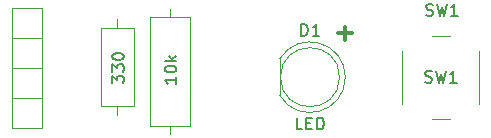
<source format=gbr>
%TF.GenerationSoftware,KiCad,Pcbnew,7.0.2*%
%TF.CreationDate,2023-06-29T18:38:04+09:00*%
%TF.ProjectId,laserpointer,6c617365-7270-46f6-996e-7465722e6b69,rev?*%
%TF.SameCoordinates,Original*%
%TF.FileFunction,Legend,Top*%
%TF.FilePolarity,Positive*%
%FSLAX46Y46*%
G04 Gerber Fmt 4.6, Leading zero omitted, Abs format (unit mm)*
G04 Created by KiCad (PCBNEW 7.0.2) date 2023-06-29 18:38:04*
%MOMM*%
%LPD*%
G01*
G04 APERTURE LIST*
%ADD10C,0.300000*%
%ADD11C,0.150000*%
%ADD12C,0.120000*%
%ADD13C,0.100000*%
G04 APERTURE END LIST*
D10*
X140552857Y-72135000D02*
X139410000Y-72135000D01*
X139981428Y-72706428D02*
X139981428Y-71563571D01*
D11*
%TO.C,SW1*%
X146846667Y-70605000D02*
X146989524Y-70652619D01*
X146989524Y-70652619D02*
X147227619Y-70652619D01*
X147227619Y-70652619D02*
X147322857Y-70605000D01*
X147322857Y-70605000D02*
X147370476Y-70557380D01*
X147370476Y-70557380D02*
X147418095Y-70462142D01*
X147418095Y-70462142D02*
X147418095Y-70366904D01*
X147418095Y-70366904D02*
X147370476Y-70271666D01*
X147370476Y-70271666D02*
X147322857Y-70224047D01*
X147322857Y-70224047D02*
X147227619Y-70176428D01*
X147227619Y-70176428D02*
X147037143Y-70128809D01*
X147037143Y-70128809D02*
X146941905Y-70081190D01*
X146941905Y-70081190D02*
X146894286Y-70033571D01*
X146894286Y-70033571D02*
X146846667Y-69938333D01*
X146846667Y-69938333D02*
X146846667Y-69843095D01*
X146846667Y-69843095D02*
X146894286Y-69747857D01*
X146894286Y-69747857D02*
X146941905Y-69700238D01*
X146941905Y-69700238D02*
X147037143Y-69652619D01*
X147037143Y-69652619D02*
X147275238Y-69652619D01*
X147275238Y-69652619D02*
X147418095Y-69700238D01*
X147751429Y-69652619D02*
X147989524Y-70652619D01*
X147989524Y-70652619D02*
X148180000Y-69938333D01*
X148180000Y-69938333D02*
X148370476Y-70652619D01*
X148370476Y-70652619D02*
X148608572Y-69652619D01*
X149513333Y-70652619D02*
X148941905Y-70652619D01*
X149227619Y-70652619D02*
X149227619Y-69652619D01*
X149227619Y-69652619D02*
X149132381Y-69795476D01*
X149132381Y-69795476D02*
X149037143Y-69890714D01*
X149037143Y-69890714D02*
X148941905Y-69938333D01*
X146766667Y-76265000D02*
X146909524Y-76312619D01*
X146909524Y-76312619D02*
X147147619Y-76312619D01*
X147147619Y-76312619D02*
X147242857Y-76265000D01*
X147242857Y-76265000D02*
X147290476Y-76217380D01*
X147290476Y-76217380D02*
X147338095Y-76122142D01*
X147338095Y-76122142D02*
X147338095Y-76026904D01*
X147338095Y-76026904D02*
X147290476Y-75931666D01*
X147290476Y-75931666D02*
X147242857Y-75884047D01*
X147242857Y-75884047D02*
X147147619Y-75836428D01*
X147147619Y-75836428D02*
X146957143Y-75788809D01*
X146957143Y-75788809D02*
X146861905Y-75741190D01*
X146861905Y-75741190D02*
X146814286Y-75693571D01*
X146814286Y-75693571D02*
X146766667Y-75598333D01*
X146766667Y-75598333D02*
X146766667Y-75503095D01*
X146766667Y-75503095D02*
X146814286Y-75407857D01*
X146814286Y-75407857D02*
X146861905Y-75360238D01*
X146861905Y-75360238D02*
X146957143Y-75312619D01*
X146957143Y-75312619D02*
X147195238Y-75312619D01*
X147195238Y-75312619D02*
X147338095Y-75360238D01*
X147671429Y-75312619D02*
X147909524Y-76312619D01*
X147909524Y-76312619D02*
X148100000Y-75598333D01*
X148100000Y-75598333D02*
X148290476Y-76312619D01*
X148290476Y-76312619D02*
X148528572Y-75312619D01*
X149433333Y-76312619D02*
X148861905Y-76312619D01*
X149147619Y-76312619D02*
X149147619Y-75312619D01*
X149147619Y-75312619D02*
X149052381Y-75455476D01*
X149052381Y-75455476D02*
X148957143Y-75550714D01*
X148957143Y-75550714D02*
X148861905Y-75598333D01*
%TO.C,330*%
X120272619Y-76345713D02*
X120272619Y-75726666D01*
X120272619Y-75726666D02*
X120653571Y-76059999D01*
X120653571Y-76059999D02*
X120653571Y-75917142D01*
X120653571Y-75917142D02*
X120701190Y-75821904D01*
X120701190Y-75821904D02*
X120748809Y-75774285D01*
X120748809Y-75774285D02*
X120844047Y-75726666D01*
X120844047Y-75726666D02*
X121082142Y-75726666D01*
X121082142Y-75726666D02*
X121177380Y-75774285D01*
X121177380Y-75774285D02*
X121225000Y-75821904D01*
X121225000Y-75821904D02*
X121272619Y-75917142D01*
X121272619Y-75917142D02*
X121272619Y-76202856D01*
X121272619Y-76202856D02*
X121225000Y-76298094D01*
X121225000Y-76298094D02*
X121177380Y-76345713D01*
X120272619Y-75393332D02*
X120272619Y-74774285D01*
X120272619Y-74774285D02*
X120653571Y-75107618D01*
X120653571Y-75107618D02*
X120653571Y-74964761D01*
X120653571Y-74964761D02*
X120701190Y-74869523D01*
X120701190Y-74869523D02*
X120748809Y-74821904D01*
X120748809Y-74821904D02*
X120844047Y-74774285D01*
X120844047Y-74774285D02*
X121082142Y-74774285D01*
X121082142Y-74774285D02*
X121177380Y-74821904D01*
X121177380Y-74821904D02*
X121225000Y-74869523D01*
X121225000Y-74869523D02*
X121272619Y-74964761D01*
X121272619Y-74964761D02*
X121272619Y-75250475D01*
X121272619Y-75250475D02*
X121225000Y-75345713D01*
X121225000Y-75345713D02*
X121177380Y-75393332D01*
X120272619Y-74155237D02*
X120272619Y-74059999D01*
X120272619Y-74059999D02*
X120320238Y-73964761D01*
X120320238Y-73964761D02*
X120367857Y-73917142D01*
X120367857Y-73917142D02*
X120463095Y-73869523D01*
X120463095Y-73869523D02*
X120653571Y-73821904D01*
X120653571Y-73821904D02*
X120891666Y-73821904D01*
X120891666Y-73821904D02*
X121082142Y-73869523D01*
X121082142Y-73869523D02*
X121177380Y-73917142D01*
X121177380Y-73917142D02*
X121225000Y-73964761D01*
X121225000Y-73964761D02*
X121272619Y-74059999D01*
X121272619Y-74059999D02*
X121272619Y-74155237D01*
X121272619Y-74155237D02*
X121225000Y-74250475D01*
X121225000Y-74250475D02*
X121177380Y-74298094D01*
X121177380Y-74298094D02*
X121082142Y-74345713D01*
X121082142Y-74345713D02*
X120891666Y-74393332D01*
X120891666Y-74393332D02*
X120653571Y-74393332D01*
X120653571Y-74393332D02*
X120463095Y-74345713D01*
X120463095Y-74345713D02*
X120367857Y-74298094D01*
X120367857Y-74298094D02*
X120320238Y-74250475D01*
X120320238Y-74250475D02*
X120272619Y-74155237D01*
%TO.C,10k*%
X125712619Y-75825238D02*
X125712619Y-76396666D01*
X125712619Y-76110952D02*
X124712619Y-76110952D01*
X124712619Y-76110952D02*
X124855476Y-76206190D01*
X124855476Y-76206190D02*
X124950714Y-76301428D01*
X124950714Y-76301428D02*
X124998333Y-76396666D01*
X124712619Y-75206190D02*
X124712619Y-75110952D01*
X124712619Y-75110952D02*
X124760238Y-75015714D01*
X124760238Y-75015714D02*
X124807857Y-74968095D01*
X124807857Y-74968095D02*
X124903095Y-74920476D01*
X124903095Y-74920476D02*
X125093571Y-74872857D01*
X125093571Y-74872857D02*
X125331666Y-74872857D01*
X125331666Y-74872857D02*
X125522142Y-74920476D01*
X125522142Y-74920476D02*
X125617380Y-74968095D01*
X125617380Y-74968095D02*
X125665000Y-75015714D01*
X125665000Y-75015714D02*
X125712619Y-75110952D01*
X125712619Y-75110952D02*
X125712619Y-75206190D01*
X125712619Y-75206190D02*
X125665000Y-75301428D01*
X125665000Y-75301428D02*
X125617380Y-75349047D01*
X125617380Y-75349047D02*
X125522142Y-75396666D01*
X125522142Y-75396666D02*
X125331666Y-75444285D01*
X125331666Y-75444285D02*
X125093571Y-75444285D01*
X125093571Y-75444285D02*
X124903095Y-75396666D01*
X124903095Y-75396666D02*
X124807857Y-75349047D01*
X124807857Y-75349047D02*
X124760238Y-75301428D01*
X124760238Y-75301428D02*
X124712619Y-75206190D01*
X125712619Y-74444285D02*
X124712619Y-74444285D01*
X125331666Y-74349047D02*
X125712619Y-74063333D01*
X125045952Y-74063333D02*
X125426904Y-74444285D01*
%TO.C,D1*%
X136281905Y-72352619D02*
X136281905Y-71352619D01*
X136281905Y-71352619D02*
X136520000Y-71352619D01*
X136520000Y-71352619D02*
X136662857Y-71400238D01*
X136662857Y-71400238D02*
X136758095Y-71495476D01*
X136758095Y-71495476D02*
X136805714Y-71590714D01*
X136805714Y-71590714D02*
X136853333Y-71781190D01*
X136853333Y-71781190D02*
X136853333Y-71924047D01*
X136853333Y-71924047D02*
X136805714Y-72114523D01*
X136805714Y-72114523D02*
X136758095Y-72209761D01*
X136758095Y-72209761D02*
X136662857Y-72305000D01*
X136662857Y-72305000D02*
X136520000Y-72352619D01*
X136520000Y-72352619D02*
X136281905Y-72352619D01*
X137805714Y-72352619D02*
X137234286Y-72352619D01*
X137520000Y-72352619D02*
X137520000Y-71352619D01*
X137520000Y-71352619D02*
X137424762Y-71495476D01*
X137424762Y-71495476D02*
X137329524Y-71590714D01*
X137329524Y-71590714D02*
X137234286Y-71638333D01*
X136377142Y-80272619D02*
X135900952Y-80272619D01*
X135900952Y-80272619D02*
X135900952Y-79272619D01*
X136710476Y-79748809D02*
X137043809Y-79748809D01*
X137186666Y-80272619D02*
X136710476Y-80272619D01*
X136710476Y-80272619D02*
X136710476Y-79272619D01*
X136710476Y-79272619D02*
X137186666Y-79272619D01*
X137615238Y-80272619D02*
X137615238Y-79272619D01*
X137615238Y-79272619D02*
X137853333Y-79272619D01*
X137853333Y-79272619D02*
X137996190Y-79320238D01*
X137996190Y-79320238D02*
X138091428Y-79415476D01*
X138091428Y-79415476D02*
X138139047Y-79510714D01*
X138139047Y-79510714D02*
X138186666Y-79701190D01*
X138186666Y-79701190D02*
X138186666Y-79844047D01*
X138186666Y-79844047D02*
X138139047Y-80034523D01*
X138139047Y-80034523D02*
X138091428Y-80129761D01*
X138091428Y-80129761D02*
X137996190Y-80225000D01*
X137996190Y-80225000D02*
X137853333Y-80272619D01*
X137853333Y-80272619D02*
X137615238Y-80272619D01*
D12*
%TO.C,SW1*%
X147350000Y-79350000D02*
X148850000Y-79350000D01*
X151350000Y-78100000D02*
X151350000Y-73600000D01*
X144850000Y-73600000D02*
X144850000Y-78100000D01*
X148850000Y-72350000D02*
X147350000Y-72350000D01*
%TO.C,330*%
X120720000Y-70950000D02*
X120720000Y-71720000D01*
X122090000Y-71720000D02*
X119350000Y-71720000D01*
X119350000Y-71720000D02*
X119350000Y-78260000D01*
X122090000Y-78260000D02*
X122090000Y-71720000D01*
X119350000Y-78260000D02*
X122090000Y-78260000D01*
X120720000Y-79030000D02*
X120720000Y-78260000D01*
D13*
%TO.C,REF\u002A\u002A*%
X111815400Y-80160000D02*
X114355400Y-80160000D01*
X114355400Y-80160000D02*
X114355400Y-77620000D01*
X114355400Y-77620000D02*
X111815400Y-77620000D01*
X111815400Y-77620000D02*
X111815400Y-80160000D01*
X111815400Y-77620000D02*
X114355400Y-77620000D01*
X114355400Y-77620000D02*
X114355400Y-75080000D01*
X114355400Y-75080000D02*
X111815400Y-75080000D01*
X111815400Y-75080000D02*
X111815400Y-77620000D01*
X111815400Y-75080000D02*
X114355400Y-75080000D01*
X114355400Y-75080000D02*
X114355400Y-72540000D01*
X114355400Y-72540000D02*
X111815400Y-72540000D01*
X111815400Y-72540000D02*
X111815400Y-75080000D01*
X111815400Y-72540000D02*
X114355400Y-72540000D01*
X114355400Y-72540000D02*
X114355400Y-70000000D01*
X114355400Y-70000000D02*
X111815400Y-70000000D01*
X111815400Y-70000000D02*
X111815400Y-72540000D01*
D12*
%TO.C,10k*%
X125180000Y-70040000D02*
X125180000Y-70730000D01*
X126900000Y-70730000D02*
X123460000Y-70730000D01*
X123460000Y-70730000D02*
X123460000Y-79970000D01*
X126900000Y-79970000D02*
X126900000Y-70730000D01*
X123460000Y-79970000D02*
X126900000Y-79970000D01*
X125180000Y-80660000D02*
X125180000Y-79970000D01*
%TO.C,D1*%
X134460000Y-74305000D02*
X134460000Y-77395000D01*
X140009999Y-75850462D02*
G75*
G03*
X134460001Y-74305170I-2989999J462D01*
G01*
X134460000Y-77394830D02*
G75*
G03*
X140010000Y-75849538I2560000J1544830D01*
G01*
X139520000Y-75850000D02*
G75*
G03*
X139520000Y-75850000I-2500000J0D01*
G01*
%TD*%
M02*

</source>
